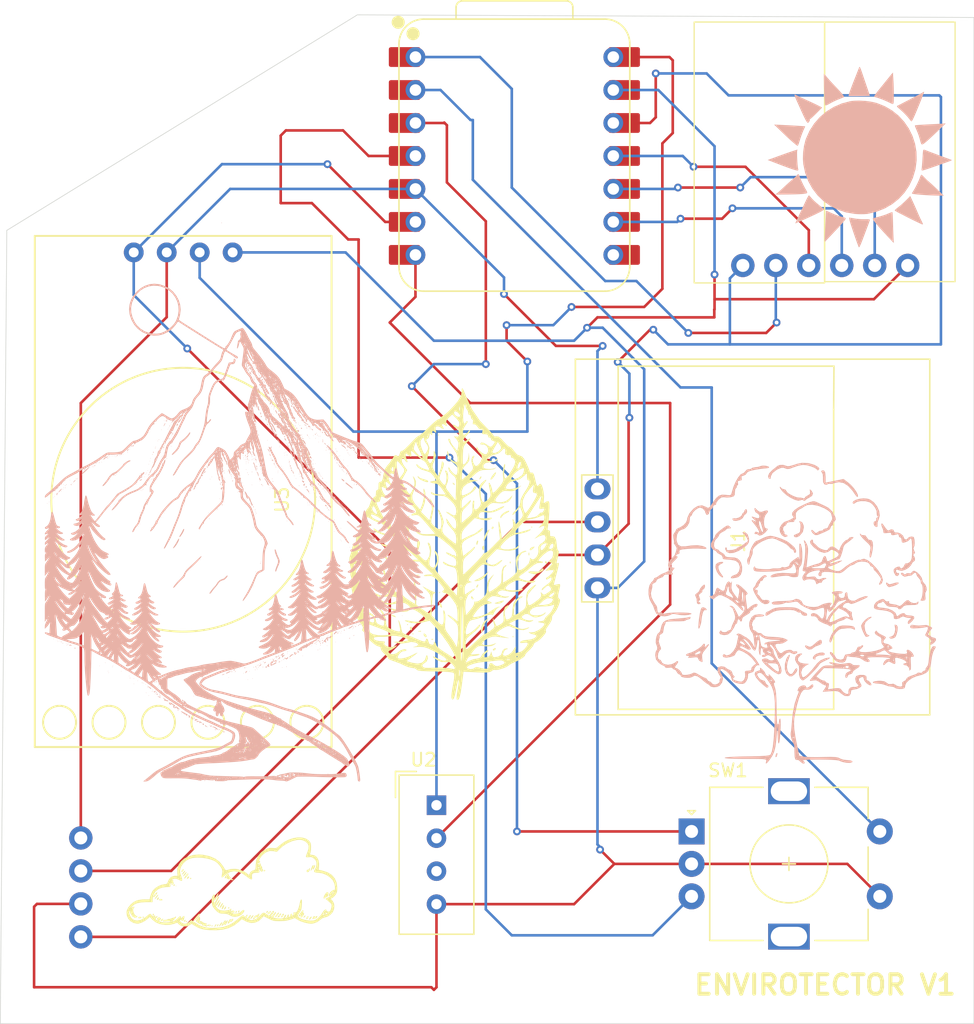
<source format=kicad_pcb>
(kicad_pcb (version 20241229) (generator "pcbnew") (generator_version "9.0")
  (layers (0 "F.Cu" signal) (2 "B.Cu" signal) (13 "F.Paste" user) (15 "B.Paste" user) (5 "F.SilkS" user "F.Silkscreen") (7 "B.SilkS" user "B.Silkscreen") (1 "F.Mask" user) (3 "B.Mask" user) (25 "Edge.Cuts" user))
  (net 0 "")
  (net 1 "Net-(J1-Pin_1)")
  (net 2 "Net-(J1-Pin_2)")
  (net 3 "+3.3V")
  (net 4 "GND")
  (net 5 "Net-(U1-GPIO28{slash}ADC2{slash}A2)")
  (net 6 "Net-(U1-GPIO27{slash}ADC1{slash}A1)")
  (net 7 "Net-(U1-GPIO29{slash}ADC3{slash}A3)")
  (net 8 "Net-(U1-GPIO0{slash}TX)")
  (net 9 "+5V")
  (net 12 "Net-(U1-GPIO2{slash}SCK)")
  (net 13 "Net-(U1-GPIO26{slash}ADC0{slash}A0)")
  (net 14 "Net-(U1-GPIO3{slash}MOSI)")
  (net 15 "Net-(U1-GPIO4{slash}MISO)")
  (footprint "Sensor:Aosong_DHT11_5.5x12.0_P2.54mm" (layer "F.Cu") (at 103.6 118.18)
    (property "Reference" "U2" (at -1 -3.5 0) (layer "F.SilkS"))
    (property "Value" "DHT11")
    (pad "1" thru_hole rect (at 0 0) (size 1.5 1.5) (drill 0.8) (layers "*.Cu" "*.Mask") (net 9 "+5V"))
    (pad "2" thru_hole circle (at 0 2.54) (size 1.5 1.5) (drill 0.8) (layers "*.Cu" "*.Mask") (net 8 "Net-(U1-GPIO0{slash}TX)"))
    (pad "3" thru_hole circle (at 0 5.08) (size 1.5 1.5) (drill 0.8) (layers "*.Cu" "*.Mask"))
    (pad "4" thru_hole circle (at 0 7.62) (size 1.5 1.5) (drill 0.8) (layers "*.Cu" "*.Mask") (net 4 "GND"))
  )
  (footprint "Library:128x64OLED" (layer "F.Cu") (at 126.6 97.82 90)
    (property "Reference" "J1" (at 0 0.254 90) (layer "F.SilkS"))
    (property "Value" "OLED Display")
    (pad "1" thru_hole oval (at 4 -10.6 180) (size 2 1.6) (drill 1) (layers "*.Cu" "*.Mask") (net 1 "Net-(J1-Pin_1)"))
    (pad "2" thru_hole oval (at 1.46 -10.6 180) (size 2 1.6) (drill 1) (layers "*.Cu" "*.Mask") (net 2 "Net-(J1-Pin_2)"))
    (pad "3" thru_hole oval (at -1.08 -10.6 180) (size 2 1.6) (drill 1) (layers "*.Cu" "*.Mask") (net 3 "+3.3V"))
    (pad "4" thru_hole oval (at -3.62 -10.6 180) (size 2 1.6) (drill 1) (layers "*.Cu" "*.Mask") (net 4 "GND"))
  )
  (footprint "LARGE:RTC_DS3231" (layer "F.Cu") (at 72.6575 113.6975 90)
    (property "Reference" "U3" (at 19.05 19.05 90) (layer "F.SilkS"))
    (property "Value" "~")
    (pad "1" thru_hole circle (at 38.1 7.62 90) (size 1.524 1.524) (drill 0.762) (layers "*.Cu" "*.Mask") (net 2 "Net-(J1-Pin_2)"))
    (pad "2" thru_hole circle (at 38.1 10.16 90) (size 1.524 1.524) (drill 0.762) (layers "*.Cu" "*.Mask") (net 1 "Net-(J1-Pin_1)"))
    (pad "3" thru_hole circle (at 38.1 12.7 90) (size 1.524 1.524) (drill 0.762) (layers "*.Cu" "*.Mask") (net 9 "+5V"))
    (pad "4" thru_hole circle (at 38.1 15.24 90) (size 1.524 1.524) (drill 0.762) (layers "*.Cu" "*.Mask") (net 4 "GND"))
  )
  (footprint "Rotary_Encoder:RotaryEncoder_Alps_EC11E-Switch_Vertical_H20mm" (layer "F.Cu") (at 123.25 120.2)
    (property "Reference" "SW1" (at 2.8 -4.7 0) (layer "F.SilkS"))
    (property "Value" "RotaryEncoder_Switch")
    (pad "A" thru_hole rect (at 0 0) (size 2 2) (drill 1) (layers "*.Cu" "*.Mask") (net 5 "Net-(U1-GPIO28{slash}ADC2{slash}A2)"))
    (pad "B" thru_hole circle (at 0 5) (size 2 2) (drill 1) (layers "*.Cu" "*.Mask") (net 7 "Net-(U1-GPIO29{slash}ADC3{slash}A3)"))
    (pad "C" thru_hole circle (at 0 2.5) (size 2 2) (drill 1) (layers "*.Cu" "*.Mask") (net 4 "GND"))
    (pad "MP" thru_hole rect (at 7.5 -3.1) (size 3.2 2) (drill oval 2.8 1.5) (layers "*.Cu" "*.Mask"))
    (pad "MP" thru_hole rect (at 7.5 8.1) (size 3.2 2) (drill oval 2.8 1.5) (layers "*.Cu" "*.Mask"))
    (pad "S1" thru_hole circle (at 14.5 5) (size 2 2) (drill 1) (layers "*.Cu" "*.Mask") (net 4 "GND"))
    (pad "S2" thru_hole circle (at 14.5 0) (size 2 2) (drill 1) (layers "*.Cu" "*.Mask") (net 6 "Net-(U1-GPIO27{slash}ADC1{slash}A1)"))
  )
  (footprint "SPARK:Untitled" (layer "F.Cu") (at 76.2 120.7 -90)
    (property "Reference" "U4" (hide yes))
    (property "Value" "~")
    (pad "1" thru_hole circle (at 7.62 0) (size 1.8 1.8) (drill 1) (layers "*.Cu" "*.Mask") (net 3 "+3.3V"))
    (pad "2" thru_hole circle (at 5.08 0) (size 1.8 1.8) (drill 1) (layers "*.Cu" "*.Mask") (net 4 "GND"))
    (pad "3" thru_hole circle (at 2.54 0) (size 1.8 1.8) (drill 1) (layers "*.Cu" "*.Mask") (net 2 "Net-(J1-Pin_2)"))
    (pad "4" thru_hole circle (at 0 0) (size 1.8 1.8) (drill 1) (layers "*.Cu" "*.Mask") (net 1 "Net-(J1-Pin_1)"))
  )
  (footprint "LOGO" (layer "F.Cu") (at 104.61 97.94)
    (property "Reference" "G***" (hide yes))
    (property "Value" "LOGO" (hide yes))
  )
  (footprint "OPL:XIAO-RP2040-DIP" (layer "F.Cu") (at 109.6 68.1685)
    (property "Reference" "U1" (hide yes))
    (property "Value" "XIAO-RP2040-DIP")
    (pad "1" smd roundrect (at -8.455 -7.62 180) (size 2.432 1.524) (layers "F.Cu" "F.Mask") (roundrect_rratio 0.1) (net 13 "Net-(U1-GPIO26{slash}ADC0{slash}A0)"))
    (pad "1" thru_hole circle (at -7.62 -7.62 180) (size 1.524 1.524) (drill 0.889) (layers "*.Cu" "*.Mask") (net 13 "Net-(U1-GPIO26{slash}ADC0{slash}A0)"))
    (pad "2" smd roundrect (at -8.455 -5.08 180) (size 2.432 1.524) (layers "F.Cu" "F.Mask") (roundrect_rratio 0.1) (net 6 "Net-(U1-GPIO27{slash}ADC1{slash}A1)"))
    (pad "2" thru_hole circle (at -7.62 -5.08 180) (size 1.524 1.524) (drill 0.889) (layers "*.Cu" "*.Mask") (net 6 "Net-(U1-GPIO27{slash}ADC1{slash}A1)"))
    (pad "3" smd roundrect (at -8.455 -2.54 180) (size 2.432 1.524) (layers "F.Cu" "F.Mask") (roundrect_rratio 0.1) (net 5 "Net-(U1-GPIO28{slash}ADC2{slash}A2)"))
    (pad "3" thru_hole circle (at -7.62 -2.54 180) (size 1.524 1.524) (drill 0.889) (layers "*.Cu" "*.Mask") (net 5 "Net-(U1-GPIO28{slash}ADC2{slash}A2)"))
    (pad "4" smd roundrect (at -8.455 0 180) (size 2.432 1.524) (layers "F.Cu" "F.Mask") (roundrect_rratio 0.1) (net 7 "Net-(U1-GPIO29{slash}ADC3{slash}A3)"))
    (pad "4" thru_hole circle (at -7.62 0 180) (size 1.524 1.524) (drill 0.889) (layers "*.Cu" "*.Mask") (net 7 "Net-(U1-GPIO29{slash}ADC3{slash}A3)"))
    (pad "5" smd roundrect (at -8.455 2.54 180) (size 2.432 1.524) (layers "F.Cu" "F.Mask") (roundrect_rratio 0.1) (net 1 "Net-(J1-Pin_1)"))
    (pad "5" thru_hole circle (at -7.62 2.54 180) (size 1.524 1.524) (drill 0.889) (layers "*.Cu" "*.Mask") (net 1 "Net-(J1-Pin_1)"))
    (pad "6" smd roundrect (at -8.455 5.08 180) (size 2.432 1.524) (layers "F.Cu" "F.Mask") (roundrect_rratio 0.1) (net 2 "Net-(J1-Pin_2)"))
    (pad "6" thru_hole circle (at -7.62 5.08 180) (size 1.524 1.524) (drill 0.889) (layers "*.Cu" "*.Mask") (net 2 "Net-(J1-Pin_2)"))
    (pad "7" smd roundrect (at -8.455 7.62 180) (size 2.432 1.524) (layers "F.Cu" "F.Mask") (roundrect_rratio 0.1) (net 8 "Net-(U1-GPIO0{slash}TX)"))
    (pad "7" thru_hole circle (at -7.62 7.62 180) (size 1.524 1.524) (drill 0.889) (layers "*.Cu" "*.Mask") (net 8 "Net-(U1-GPIO0{slash}TX)"))
    (pad "8" thru_hole circle (at 7.62 7.62) (size 1.524 1.524) (drill 0.889) (layers "*.Cu" "*.Mask"))
    (pad "8" smd roundrect (at 8.455 7.62) (size 2.432 1.524) (layers "F.Cu" "F.Mask") (roundrect_rratio 0.1))
    (pad "9" thru_hole circle (at 7.62 5.08) (size 1.524 1.524) (drill 0.889) (layers "*.Cu" "*.Mask") (net 12 "Net-(U1-GPIO2{slash}SCK)"))
    (pad "9" smd roundrect (at 8.455 5.08) (size 2.432 1.524) (layers "F.Cu" "F.Mask") (roundrect_rratio 0.1) (net 12 "Net-(U1-GPIO2{slash}SCK)"))
    (pad "10" thru_hole circle (at 7.62 2.54) (size 1.524 1.524) (drill 0.889) (layers "*.Cu" "*.Mask") (net 15 "Net-(U1-GPIO4{slash}MISO)"))
    (pad "10" smd roundrect (at 8.455 2.54) (size 2.432 1.524) (layers "F.Cu" "F.Mask") (roundrect_rratio 0.1) (net 15 "Net-(U1-GPIO4{slash}MISO)"))
    (pad "11" thru_hole circle (at 7.62 0) (size 1.524 1.524) (drill 0.889) (layers "*.Cu" "*.Mask") (net 14 "Net-(U1-GPIO3{slash}MOSI)"))
    (pad "11" smd roundrect (at 8.455 0) (size 2.432 1.524) (layers "F.Cu" "F.Mask") (roundrect_rratio 0.1) (net 14 "Net-(U1-GPIO3{slash}MOSI)"))
    (pad "12" thru_hole circle (at 7.62 -2.54) (size 1.524 1.524) (drill 0.889) (layers "*.Cu" "*.Mask") (net 3 "+3.3V"))
    (pad "12" smd roundrect (at 8.455 -2.54) (size 2.432 1.524) (layers "F.Cu" "F.Mask") (roundrect_rratio 0.1) (net 3 "+3.3V"))
    (pad "13" thru_hole circle (at 7.62 -5.08) (size 1.524 1.524) (drill 0.889) (layers "*.Cu" "*.Mask") (net 4 "GND"))
    (pad "13" smd roundrect (at 8.455 -5.08) (size 2.432 1.524) (layers "F.Cu" "F.Mask") (roundrect_rratio 0.1) (net 4 "GND"))
    (pad "14" thru_hole circle (at 7.62 -7.62) (size 1.524 1.524) (drill 0.889) (layers "*.Cu" "*.Mask") (net 9 "+5V"))
    (pad "14" smd roundrect (at 8.455 -7.62) (size 2.432 1.524) (layers "F.Cu" "F.Mask") (roundrect_rratio 0.1) (net 9 "+5V"))
  )
  (footprint "LOGO" (layer "F.Cu") (at 87.76 123.74)
    (property "Reference" "G***" (hide yes))
    (property "Value" "LOGO" (hide yes))
  )
  (footprint "SDReader:Untitled" (layer "F.Cu") (at 139.9 76.6 180)
    (property "Reference" "U5" (hide yes))
    (property "Value" "~")
    (pad "1" thru_hole circle (at 0 0 180) (size 1.8 1.8) (drill 1) (layers "*.Cu" "*.Mask") (net 4 "GND"))
    (pad "2" thru_hole circle (at 12.7 0 180) (size 1.8 1.8) (drill 1) (layers "*.Cu" "*.Mask") (net 3 "+3.3V"))
    (pad "3" thru_hole circle (at 2.54 0 180) (size 1.8 1.8) (drill 1) (layers "*.Cu" "*.Mask") (net 15 "Net-(U1-GPIO4{slash}MISO)"))
    (pad "4" thru_hole circle (at 7.62 0 180) (size 1.8 1.8) (drill 1) (layers "*.Cu" "*.Mask") (net 14 "Net-(U1-GPIO3{slash}MOSI)"))
    (pad "5" thru_hole circle (at 5.08 0 180) (size 1.8 1.8) (drill 1) (layers "*.Cu" "*.Mask") (net 12 "Net-(U1-GPIO2{slash}SCK)"))
    (pad "6" thru_hole circle (at 10.16 0 180) (size 1.8 1.8) (drill 1) (layers "*.Cu" "*.Mask") (net 13 "Net-(U1-GPIO26{slash}ADC0{slash}A0)"))
  )
  (footprint "LOGO" (layer "B.Cu") (at 88.43 93.85 180)
    (property "Reference" "G***" (hide yes))
    (property "Value" "LOGO" (hide yes))
  )
  (footprint "LOGO" (layer "B.Cu") (at 136.3 68.13 180)
    (property "Reference" "G***" (hide yes))
    (property "Value" "LOGO" (hide yes))
  )
  (footprint "LOGO" (layer "B.Cu") (at 131.45 103.47 180)
    (property "Reference" "G***" (hide yes))
    (property "Value" "LOGO" (hide yes))
  )
  (gr_line (start 145 57.5) (end 97.5 57.3) (stroke (width 0.05)) (layer "Edge.Cuts"))
  (gr_line (start 145 135) (end 145 57.5) (stroke (width 0.05)) (layer "Edge.Cuts"))
  (gr_line (start 70.5 73.9) (end 97.5 57.3) (stroke (width 0.05)) (layer "Edge.Cuts"))
  (gr_line (start 70 135) (end 145 135) (stroke (width 0.05)) (layer "Edge.Cuts"))
  (gr_line (start 70.5 73.9) (end 70 135) (stroke (width 0.05)) (layer "Edge.Cuts"))
  (gr_text "ENVIROTECTOR V1" (at 123.3 132.9 0) (layer "F.SilkS") (effects (font (size 1.5 1.5) (thickness 0.3) (bold yes)) (justify left bottom)))
  (segment (start 76.2 87.2) (end 82.8175 80.5825) (width 0.2) (layer "F.Cu") (net 1))
  (segment (start 116.4 82.8) (end 112.8 82.8) (width 0.2) (layer "F.Cu") (net 1))
  (segment (start 76.2 120.7) (end 76.2 87.2) (width 0.2) (layer "F.Cu") (net 1))
  (segment (start 112.8 82.8) (end 108.8 78.8) (width 0.2) (layer "F.Cu") (net 1))
  (segment (start 82.8175 80.5825) (end 82.8175 75.5975) (width 0.2) (layer "F.Cu") (net 1))
  (via (at 116.4 82.8) (size 0.6) (drill 0.3) (layers "F.Cu" "B.Cu") (net 1))
  (via (at 108.8 78.8) (size 0.6) (drill 0.3) (layers "F.Cu" "B.Cu") (net 1))
  (segment (start 108.8 78.8) (end 108.8 77.5285) (width 0.2) (layer "B.Cu") (net 1))
  (segment (start 87.7065 70.7085) (end 101.98 70.7085) (width 0.2) (layer "B.Cu") (net 1))
  (segment (start 116 93.82) (end 116 83.2) (width 0.2) (layer "B.Cu") (net 1))
  (segment (start 116 83.2) (end 116.4 82.8) (width 0.2) (layer "B.Cu") (net 1))
  (segment (start 108.8 77.5285) (end 101.98 70.7085) (width 0.2) (layer "B.Cu") (net 1))
  (segment (start 82.8175 75.5975) (end 87.7065 70.7085) (width 0.2) (layer "B.Cu") (net 1))
  (segment (start 76.2 123.24) (end 83.16 123.24) (width 0.2) (layer "F.Cu") (net 2))
  (segment (start 99.6485 73.2485) (end 101.98 73.2485) (width 0.2) (layer "F.Cu") (net 2))
  (segment (start 100 106.4) (end 110.2 96.2) (width 0.2) (layer "F.Cu") (net 2))
  (segment (start 83.16 123.24) (end 100 106.4) (width 0.2) (layer "F.Cu") (net 2))
  (segment (start 110.2 96.2) (end 110.36 96.36) (width 0.2) (layer "F.Cu") (net 2))
  (segment (start 100 106.4) (end 100 98.6) (width 0.2) (layer "F.Cu") (net 2))
  (segment (start 100 98.6) (end 84.4 83) (width 0.2) (layer "F.Cu") (net 2))
  (segment (start 110.36 96.36) (end 116 96.36) (width 0.2) (layer "F.Cu") (net 2))
  (segment (start 95.2 68.8) (end 99.6485 73.2485) (width 0.2) (layer "F.Cu") (net 2))
  (via (at 95.2 68.8) (size 0.6) (drill 0.3) (layers "F.Cu" "B.Cu") (net 2))
  (via (at 84.4 83) (size 0.6) (drill 0.3) (layers "F.Cu" "B.Cu") (net 2))
  (segment (start 80.2775 78.8775) (end 80.2775 75.5975) (width 0.2) (layer "B.Cu") (net 2))
  (segment (start 87.075 68.8) (end 95.2 68.8) (width 0.2) (layer "B.Cu") (net 2))
  (segment (start 84.4 83) (end 80.2775 78.8775) (width 0.2) (layer "B.Cu") (net 2))
  (segment (start 80.2775 75.5975) (end 87.075 68.8) (width 0.2) (layer "B.Cu") (net 2))
  (segment (start 118.4 96.5) (end 118.4 88.3) (width 0.2) (layer "F.Cu") (net 3))
  (segment (start 112.9 98.9) (end 116 98.9) (width 0.2) (layer "F.Cu") (net 3))
  (segment (start 120.0515 65.6285) (end 117.22 65.6285) (width 0.2) (layer "F.Cu") (net 3))
  (segment (start 120.49 65.19) (end 120.0515 65.6285) (width 0.2) (layer "F.Cu") (net 3))
  (segment (start 120.05 81.55) (end 120.3 81.55) (width 0.2) (layer "F.Cu") (net 3))
  (segment (start 117.56 84.04) (end 120.05 81.55) (width 0.2) (layer "F.Cu") (net 3))
  (segment (start 120.49 61.81) (end 120.49 65.19) (width 0.2) (layer "F.Cu") (net 3))
  (segment (start 76.2 128.32) (end 83.48 128.32) (width 0.2) (layer "F.Cu") (net 3))
  (segment (start 118.4 88.3) (end 118.43 88.3) (width 0.2) (layer "F.Cu") (net 3))
  (segment (start 83.48 128.32) (end 112.9 98.9) (width 0.2) (layer "F.Cu") (net 3))
  (segment (start 116 98.9) (end 118.4 96.5) (width 0.2) (layer "F.Cu") (net 3))
  (segment (start 118.43 88.3) (end 118.46 88.33) (width 0.2) (layer "F.Cu") (net 3))
  (via (at 117.56 84.04) (size 0.6) (drill 0.3) (layers "F.Cu" "B.Cu") (net 3))
  (via (at 120.3 81.55) (size 0.6) (drill 0.3) (layers "F.Cu" "B.Cu") (net 3))
  (via (at 120.49 61.81) (size 0.6) (drill 0.3) (layers "F.Cu" "B.Cu") (net 3))
  (via (at 118.46 88.33) (size 0.6) (drill 0.3) (layers "F.Cu" "B.Cu") (net 3))
  (segment (start 118.46 88.33) (end 118.46 84.94) (width 0.2) (layer "B.Cu") (net 3))
  (segment (start 121.43 82.68) (end 126.2 82.68) (width 0.2) (layer "B.Cu") (net 3))
  (segment (start 142.46 63.63) (end 142.33 63.5) (width 0.2) (layer "B.Cu") (net 3))
  (segment (start 127.2 76.6) (end 126.2 77.6) (width 0.2) (layer "B.Cu") (net 3))
  (segment (start 124.74 62.14) (end 124.41 61.81) (width 0.2) (layer "B.Cu") (net 3))
  (segment (start 120.3 81.55) (end 121.43 82.68) (width 0.2) (layer "B.Cu") (net 3))
  (segment (start 126.2 82.68) (end 142.46 82.68) (width 0.2) (layer "B.Cu") (net 3))
  (segment (start 124.41 61.81) (end 120.49 61.81) (width 0.2) (layer "B.Cu") (net 3))
  (segment (start 126.1 63.5) (end 124.74 62.14) (width 0.2) (layer "B.Cu") (net 3))
  (segment (start 142.46 82.68) (end 142.46 63.63) (width 0.2) (layer "B.Cu") (net 3))
  (segment (start 126.2 77.6) (end 126.2 82.68) (width 0.2) (layer "B.Cu") (net 3))
  (segment (start 118.46 84.94) (end 117.56 84.04) (width 0.2) (layer "B.Cu") (net 3))
  (segment (start 142.33 63.5) (end 126.1 63.5) (width 0.2) (layer "B.Cu") (net 3))
  (segment (start 137.75 125.2) (end 135.25 122.7) (width 0.2) (layer "F.Cu") (net 4))
  (segment (start 103.2 132.2) (end 103.4 132.4) (width 0.2) (layer "F.Cu") (net 4))
  (segment (start 116 80.6) (end 125 80.6) (width 0.2) (layer "F.Cu") (net 4))
  (segment (start 125.02 79.2) (end 125.02 77.3) (width 0.2) (layer "F.Cu") (net 4))
  (segment (start 72.6 132.2) (end 103.2 132.2) (width 0.2) (layer "F.Cu") (net 4))
  (segment (start 135.25 122.7) (end 123.25 122.7) (width 0.2) (layer "F.Cu") (net 4))
  (segment (start 117.3 122.7) (end 123.25 122.7) (width 0.2) (layer "F.Cu") (net 4))
  (segment (start 103.4 132.4) (end 103.6 132.2) (width 0.2) (layer "F.Cu") (net 4))
  (segment (start 115.2 81.4) (end 116 80.6) (width 0.2) (layer "F.Cu") (net 4))
  (segment (start 137.3 79.2) (end 125.02 79.2) (width 0.2) (layer "F.Cu") (net 4))
  (segment (start 103.6 125.8) (end 114.2 125.8) (width 0.2) (layer "F.Cu") (net 4))
  (segment (start 139.9 76.6) (end 137.3 79.2) (width 0.2) (layer "F.Cu") (net 4))
  (segment (start 72.82 125.78) (end 72.6 126) (width 0.2) (layer "F.Cu") (net 4))
  (segment (start 103.6 132.2) (end 103.6 125.8) (width 0.2) (layer "F.Cu") (net 4))
  (segment (start 125 80) (end 125.02 79.98) (width 0.2) (layer "F.Cu") (net 4))
  (segment (start 72.6 126) (end 72.6 132.2) (width 0.2) (layer "F.Cu") (net 4))
  (segment (start 117.3 122.7) (end 116.2 121.6) (width 0.2) (layer "F.Cu") (net 4))
  (segment (start 125 80.6) (end 125 80) (width 0.2) (layer "F.Cu") (net 4))
  (segment (start 114.2 125.8) (end 117.3 122.7) (width 0.2) (layer "F.Cu") (net 4))
  (segment (start 76.2 125.78) (end 72.82 125.78) (width 0.2) (layer "F.Cu") (net 4))
  (segment (start 125.02 79.98) (end 125.02 79.2) (width 0.2) (layer "F.Cu") (net 4))
  (via (at 125.02 77.3) (size 0.6) (drill 0.3) (layers "F.Cu" "B.Cu") (net 4))
  (via (at 116.2 121.6) (size 0.6) (drill 0.3) (layers "F.Cu" "B.Cu") (net 4))
  (via (at 115.2 81.4) (size 0.6) (drill 0.3) (layers "F.Cu" "B.Cu") (net 4))
  (segment (start 116.2 121.6) (end 116.2 121.4) (width 0.2) (layer "B.Cu") (net 4))
  (segment (start 96.5975 75.5975) (end 103.4 82.4) (width 0.2) (layer "B.Cu") (net 4))
  (segment (start 119.6 99.4) (end 119.6 84.6) (width 0.2) (layer "B.Cu") (net 4))
  (segment (start 116.4 81.4) (end 115.2 81.4) (width 0.2) (layer "B.Cu") (net 4))
  (segment (start 116.2 121.4) (end 116 121.2) (width 0.2) (layer "B.Cu") (net 4))
  (segment (start 117.56 101.44) (end 119.6 99.4) (width 0.2) (layer "B.Cu") (net 4))
  (segment (start 116 121.2) (end 116 101.44) (width 0.2) (layer "B.Cu") (net 4))
  (segment (start 119.6 84.6) (end 116.4 81.4) (width 0.2) (layer "B.Cu") (net 4))
  (segment (start 125.02 77.3) (end 125.02 67.42) (width 0.2) (layer "B.Cu") (net 4))
  (segment (start 103.4 82.4) (end 114.2 82.4) (width 0.2) (layer "B.Cu") (net 4))
  (segment (start 114.2 82.4) (end 115.2 81.4) (width 0.2) (layer "B.Cu") (net 4))
  (segment (start 87.8975 75.5975) (end 96.5975 75.5975) (width 0.2) (layer "B.Cu") (net 4))
  (segment (start 125.02 67.42) (end 120.6885 63.0885) (width 0.2) (layer "B.Cu") (net 4))
  (segment (start 116 101.44) (end 117.56 101.44) (width 0.2) (layer "B.Cu") (net 4))
  (segment (start 120.6885 63.0885) (end 117.22 63.0885) (width 0.2) (layer "B.Cu") (net 4))
  (segment (start 104.2 65.6) (end 104.1715 65.6285) (width 0.2) (layer "F.Cu") (net 5))
  (segment (start 104.4 65.8) (end 104.2 65.6) (width 0.2) (layer "F.Cu") (net 5))
  (segment (start 108 91.6) (end 107.4 91.6) (width 0.2) (layer "F.Cu") (net 5))
  (segment (start 101.6 85.8) (end 101.7 85.9) (width 0.2) (layer "F.Cu") (net 5))
  (segment (start 123.25 120.2) (end 109.8 120.2) (width 0.2) (layer "F.Cu") (net 5))
  (segment (start 107.4 84.2) (end 107.4 73.2) (width 0.2) (layer "F.Cu") (net 5))
  (segment (start 107.4 73.2) (end 104.4 70.2) (width 0.2) (layer "F.Cu") (net 5))
  (segment (start 104.4 70.2) (end 104.4 65.8) (width 0.2) (layer "F.Cu") (net 5))
  (segment (start 107.4 91.6) (end 101.7 85.9) (width 0.2) (layer "F.Cu") (net 5))
  (segment (start 104.1715 65.6285) (end 101.98 65.6285) (width 0.2) (layer "F.Cu") (net 5))
  (via (at 109.8 120.2) (size 0.6) (drill 0.3) (layers "F.Cu" "B.Cu") (net 5))
  (via (at 101.7 85.9) (size 0.6) (drill 0.3) (layers "F.Cu" "B.Cu") (net 5))
  (via (at 107.4 84.2) (size 0.6) (drill 0.3) (layers "F.Cu" "B.Cu") (net 5))
  (via (at 108 91.6) (size 0.6) (drill 0.3) (layers "F.Cu" "B.Cu") (net 5))
  (segment (start 109.8 120.2) (end 109.8 93.4) (width 0.2) (layer "B.Cu") (net 5))
  (segment (start 107.2 84.2) (end 107.4 84.2) (width 0.2) (layer "B.Cu") (net 5))
  (segment (start 101.7 85.9) (end 103.4 84.2) (width 0.2) (layer "B.Cu") (net 5))
  (segment (start 103.4 84.2) (end 107.2 84.2) (width 0.2) (layer "B.Cu") (net 5))
  (segment (start 109.8 93.4) (end 108 91.6) (width 0.2) (layer "B.Cu") (net 5))
  (segment (start 106.4 65.4) (end 106.223 65.4) (width 0.2) (layer "B.Cu") (net 6))
  (segment (start 106.223 65.4) (end 103.9115 63.0885) (width 0.2) (layer "B.Cu") (net 6))
  (segment (start 124.8 86) (end 122.4 86) (width 0.2) (layer "B.Cu") (net 6))
  (segment (start 122.4 86) (end 106.4 70) (width 0.2) (layer "B.Cu") (net 6))
  (segment (start 106.4 70) (end 106.4 65.4) (width 0.2) (layer "B.Cu") (net 6))
  (segment (start 103.9115 63.0885) (end 101.98 63.0885) (width 0.2) (layer "B.Cu") (net 6))
  (segment (start 137.75 120.2) (end 124.8 107.25) (width 0.2) (layer "B.Cu") (net 6))
  (segment (start 124.8 107.25) (end 124.8 86) (width 0.2) (layer "B.Cu") (net 6))
  (segment (start 96.4 66.2) (end 98.3685 68.1685) (width 0.2) (layer "F.Cu") (net 7))
  (segment (start 104.6 91.4) (end 97.6 91.4) (width 0.2) (layer "F.Cu") (net 7))
  (segment (start 97.6 91.4) (end 97.6 74.6) (width 0.2) (layer "F.Cu") (net 7))
  (segment (start 91.6 66.6) (end 92 66.2) (width 0.2) (layer "F.Cu") (net 7))
  (segment (start 98.3685 68.1685) (end 101.98 68.1685) (width 0.2) (layer "F.Cu") (net 7))
  (segment (start 94 71.8) (end 91.6 71.8) (width 0.2) (layer "F.Cu") (net 7))
  (segment (start 96.8 74.6) (end 94 71.8) (width 0.2) (layer "F.Cu") (net 7))
  (segment (start 97.6 74.6) (end 96.8 74.6) (width 0.2) (layer "F.Cu") (net 7))
  (segment (start 92 66.2) (end 96.4 66.2) (width 0.2) (layer "F.Cu") (net 7))
  (segment (start 91.6 71.8) (end 91.6 66.6) (width 0.2) (layer "F.Cu") (net 7))
  (via (at 104.6 91.4) (size 0.6) (drill 0.3) (layers "F.Cu" "B.Cu") (net 7))
  (segment (start 120.25 128.2) (end 109.4 128.2) (width 0.2) (layer "B.Cu") (net 7))
  (segment (start 107.4 126.2) (end 107.4 94.2) (width 0.2) (layer "B.Cu") (net 7))
  (segment (start 123.25 125.2) (end 120.25 128.2) (width 0.2) (layer "B.Cu") (net 7))
  (segment (start 109.4 128.2) (end 107.4 126.2) (width 0.2) (layer "B.Cu") (net 7))
  (segment (start 107.4 94.2) (end 104.6 91.4) (width 0.2) (layer "B.Cu") (net 7))
  (segment (start 121.6 102.72) (end 121.6 87.2) (width 0.2) (layer "F.Cu") (net 8))
  (segment (start 100 81) (end 101.98 79.02) (width 0.2) (layer "F.Cu") (net 8))
  (segment (start 101.98 79.02) (end 101.98 75.7885) (width 0.2) (layer "F.Cu") (net 8))
  (segment (start 106.2 87.2) (end 100 81) (width 0.2) (layer "F.Cu") (net 8))
  (segment (start 103.6 120.72) (end 121.6 102.72) (width 0.2) (layer "F.Cu") (net 8))
  (segment (start 121.6 87.2) (end 106.2 87.2) (width 0.2) (layer "F.Cu") (net 8))
  (segment (start 121 67.2) (end 121.8 66.4) (width 0.2) (layer "F.Cu") (net 9))
  (segment (start 121.5485 60.5485) (end 117.22 60.5485) (width 0.2) (layer "F.Cu") (net 9))
  (segment (start 109 82.4) (end 109 81.2) (width 0.2) (layer "F.Cu") (net 9))
  (segment (start 121.8 60.8) (end 121.5485 60.5485) (width 0.2) (layer "F.Cu") (net 9))
  (segment (start 114 79.8) (end 119.6 79.8) (width 0.2) (layer "F.Cu") (net 9))
  (segment (start 121.8 66.4) (end 121.8 60.8) (width 0.2) (layer "F.Cu") (net 9))
  (segment (start 110.6 84) (end 109 82.4) (width 0.2) (layer "F.Cu") (net 9))
  (segment (start 121 78.4) (end 121 67.2) (width 0.2) (layer "F.Cu") (net 9))
  (segment (start 119.6 79.8) (end 121 78.4) (width 0.2) (layer "F.Cu") (net 9))
  (via (at 114 79.8) (size 0.6) (drill 0.3) (layers "F.Cu" "B.Cu") (net 9))
  (via (at 110.6 84) (size 0.6) (drill 0.3) (layers "F.Cu" "B.Cu") (net 9))
  (via (at 109 81.2) (size 0.6) (drill 0.3) (layers "F.Cu" "B.Cu") (net 9))
  (segment (start 109 81.2) (end 112.6 81.2) (width 0.2) (layer "B.Cu") (net 9))
  (segment (start 97.2 89.4) (end 85.3575 77.5575) (width 0.2) (layer "B.Cu") (net 9))
  (segment (start 112.6 81.2) (end 114 79.8) (width 0.2) (layer "B.Cu") (net 9))
  (segment (start 103.6 89.4) (end 97.2 89.4) (width 0.2) (layer "B.Cu") (net 9))
  (segment (start 85.3575 77.5575) (end 85.3575 75.5975) (width 0.2) (layer "B.Cu") (net 9))
  (segment (start 103.6 118.18) (end 103.6 89.4) (width 0.2) (layer "B.Cu") (net 9))
  (segment (start 110.6 89.4) (end 103.6 89.4) (width 0.2) (layer "B.Cu") (net 9))
  (segment (start 110.6 89.4) (end 110.6 84) (width 0.2) (layer "B.Cu") (net 9))
  (segment (start 125.6 73) (end 122.4 73) (width 0.2) (layer "F.Cu") (net 12))
  (segment (start 126.4 72.2) (end 125.6 73) (width 0.2) (layer "F.Cu") (net 12))
  (via (at 122.4 73) (size 0.6) (drill 0.3) (layers "F.Cu" "B.Cu") (net 12))
  (via (at 126.4 72.2) (size 0.6) (drill 0.3) (layers "F.Cu" "B.Cu") (net 12))
  (segment (start 134.2 72.2) (end 126.4 72.2) (width 0.2) (layer "B.Cu") (net 12))
  (segment (start 134.82 72.82) (end 134.2 72.2) (width 0.2) (layer "B.Cu") (net 12))
  (segment (start 134.82 76.6) (end 134.82 72.82) (width 0.2) (layer "B.Cu") (net 12))
  (segment (start 122.1515 73.2485) (end 117.22 73.2485) (width 0.2) (layer "B.Cu") (net 12))
  (segment (start 122.4 73) (end 122.1515 73.2485) (width 0.2) (layer "B.Cu") (net 12))
  (segment (start 129.8 81) (end 129 81.8) (width 0.2) (layer "F.Cu") (net 13))
  (segment (start 129 81.8) (end 123 81.8) (width 0.2) (layer "F.Cu") (net 13))
  (via (at 123 81.8) (size 0.6) (drill 0.3) (layers "F.Cu" "B.Cu") (net 13))
  (via (at 129.8 81) (size 0.6) (drill 0.3) (layers "F.Cu" "B.Cu") (net 13))
  (segment (start 106.9485 60.5485) (end 101.98 60.5485) (width 0.2) (layer "B.Cu") (net 13))
  (segment (start 129.74 80.94) (end 129.8 81) (width 0.2) (layer "B.Cu") (net 13))
  (segment (start 129.74 76.6) (end 129.74 80.94) (width 0.2) (layer "B.Cu") (net 13))
  (segment (start 109.4 63) (end 106.9485 60.5485) (width 0.2) (layer "B.Cu") (net 13))
  (segment (start 119 77.8) (end 116.6 77.8) (width 0.2) (layer "B.Cu") (net 13))
  (segment (start 109.4 70.6) (end 109.4 63) (width 0.2) (layer "B.Cu") (net 13))
  (segment (start 116.6 77.8) (end 109.4 70.6) (width 0.2) (layer "B.Cu") (net 13))
  (segment (start 123 81.8) (end 119 77.8) (width 0.2) (layer "B.Cu") (net 13))
  (segment (start 132.28 76.6) (end 132.28 73.88) (width 0.2) (layer "F.Cu") (net 14))
  (segment (start 132.28 73.88) (end 127.4 69) (width 0.2) (layer "F.Cu") (net 14))
  (segment (start 127.4 69) (end 123.4 69) (width 0.2) (layer "F.Cu") (net 14))
  (via (at 123.4 69) (size 0.6) (drill 0.3) (layers "F.Cu" "B.Cu") (net 14))
  (segment (start 123.4 69) (end 122.5685 68.1685) (width 0.2) (layer "B.Cu") (net 14))
  (segment (start 122.5685 68.1685) (end 117.22 68.1685) (width 0.2) (layer "B.Cu") (net 14))
  (segment (start 127 70.6) (end 122.2 70.6) (width 0.2) (layer "F.Cu") (net 15))
  (via (at 127 70.6) (size 0.6) (drill 0.3) (layers "F.Cu" "B.Cu") (net 15))
  (via (at 122.2 70.6) (size 0.6) (drill 0.3) (layers "F.Cu" "B.Cu") (net 15))
  (segment (start 127.8 69.8) (end 127 70.6) (width 0.2) (layer "B.Cu") (net 15))
  (segment (start 137.36 76.6) (end 137.36 71.56) (width 0.2) (layer "B.Cu") (net 15))
  (segment (start 135.6 69.8) (end 127.8 69.8) (width 0.2) (layer "B.Cu") (net 15))
  (segment (start 137.36 71.56) (end 135.6 69.8) (width 0.2) (layer "B.Cu") (net 15))
  (segment (start 122.0915 70.7085) (end 117.22 70.7085) (width 0.2) (layer "B.Cu") (net 15))
  (segment (start 122.2 70.6) (end 122.0915 70.7085) (width 0.2) (layer "B.Cu") (net 15))
)
</source>
